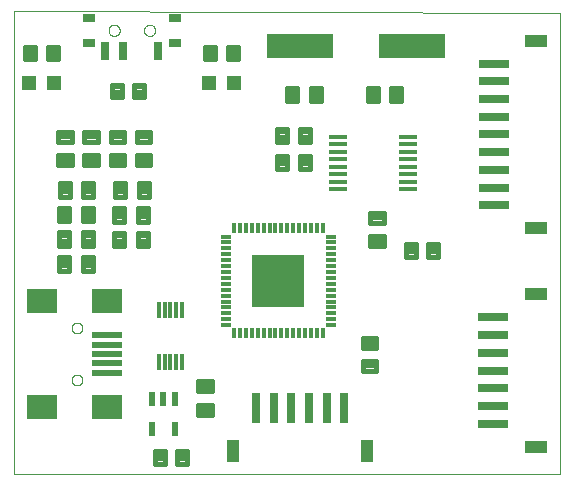
<source format=gtp>
G75*
%MOIN*%
%OFA0B0*%
%FSLAX25Y25*%
%IPPOS*%
%LPD*%
%AMOC8*
5,1,8,0,0,1.08239X$1,22.5*
%
%ADD10C,0.00000*%
%ADD11R,0.03346X0.01181*%
%ADD12R,0.01181X0.03346*%
%ADD13R,0.17323X0.17323*%
%ADD14R,0.05906X0.01713*%
%ADD15R,0.02362X0.04724*%
%ADD16R,0.09843X0.01969*%
%ADD17R,0.09843X0.07874*%
%ADD18R,0.04331X0.07480*%
%ADD19R,0.02756X0.09843*%
%ADD20R,0.09843X0.02756*%
%ADD21R,0.07480X0.04331*%
%ADD22R,0.04724X0.04724*%
%ADD23C,0.01791*%
%ADD24R,0.02756X0.05906*%
%ADD25R,0.03937X0.03150*%
%ADD26R,0.22000X0.08300*%
%ADD27R,0.01181X0.05512*%
D10*
X0013086Y0010868D02*
X0012813Y0165237D01*
X0194882Y0164778D01*
X0194985Y0010987D01*
X0013086Y0010868D01*
X0032137Y0042349D02*
X0032139Y0042433D01*
X0032145Y0042516D01*
X0032155Y0042599D01*
X0032169Y0042682D01*
X0032186Y0042764D01*
X0032208Y0042845D01*
X0032233Y0042924D01*
X0032262Y0043003D01*
X0032295Y0043080D01*
X0032331Y0043155D01*
X0032371Y0043229D01*
X0032414Y0043301D01*
X0032461Y0043370D01*
X0032511Y0043437D01*
X0032564Y0043502D01*
X0032620Y0043564D01*
X0032678Y0043624D01*
X0032740Y0043681D01*
X0032804Y0043734D01*
X0032871Y0043785D01*
X0032940Y0043832D01*
X0033011Y0043877D01*
X0033084Y0043917D01*
X0033159Y0043954D01*
X0033236Y0043988D01*
X0033314Y0044018D01*
X0033393Y0044044D01*
X0033474Y0044067D01*
X0033556Y0044085D01*
X0033638Y0044100D01*
X0033721Y0044111D01*
X0033804Y0044118D01*
X0033888Y0044121D01*
X0033972Y0044120D01*
X0034055Y0044115D01*
X0034139Y0044106D01*
X0034221Y0044093D01*
X0034303Y0044077D01*
X0034384Y0044056D01*
X0034465Y0044032D01*
X0034543Y0044004D01*
X0034621Y0043972D01*
X0034697Y0043936D01*
X0034771Y0043897D01*
X0034843Y0043855D01*
X0034913Y0043809D01*
X0034981Y0043760D01*
X0035046Y0043708D01*
X0035109Y0043653D01*
X0035169Y0043595D01*
X0035227Y0043534D01*
X0035281Y0043470D01*
X0035333Y0043404D01*
X0035381Y0043336D01*
X0035426Y0043265D01*
X0035467Y0043192D01*
X0035506Y0043118D01*
X0035540Y0043042D01*
X0035571Y0042964D01*
X0035598Y0042885D01*
X0035622Y0042804D01*
X0035641Y0042723D01*
X0035657Y0042641D01*
X0035669Y0042558D01*
X0035677Y0042474D01*
X0035681Y0042391D01*
X0035681Y0042307D01*
X0035677Y0042224D01*
X0035669Y0042140D01*
X0035657Y0042057D01*
X0035641Y0041975D01*
X0035622Y0041894D01*
X0035598Y0041813D01*
X0035571Y0041734D01*
X0035540Y0041656D01*
X0035506Y0041580D01*
X0035467Y0041506D01*
X0035426Y0041433D01*
X0035381Y0041362D01*
X0035333Y0041294D01*
X0035281Y0041228D01*
X0035227Y0041164D01*
X0035169Y0041103D01*
X0035109Y0041045D01*
X0035046Y0040990D01*
X0034981Y0040938D01*
X0034913Y0040889D01*
X0034843Y0040843D01*
X0034771Y0040801D01*
X0034697Y0040762D01*
X0034621Y0040726D01*
X0034543Y0040694D01*
X0034465Y0040666D01*
X0034384Y0040642D01*
X0034303Y0040621D01*
X0034221Y0040605D01*
X0034139Y0040592D01*
X0034055Y0040583D01*
X0033972Y0040578D01*
X0033888Y0040577D01*
X0033804Y0040580D01*
X0033721Y0040587D01*
X0033638Y0040598D01*
X0033556Y0040613D01*
X0033474Y0040631D01*
X0033393Y0040654D01*
X0033314Y0040680D01*
X0033236Y0040710D01*
X0033159Y0040744D01*
X0033084Y0040781D01*
X0033011Y0040821D01*
X0032940Y0040866D01*
X0032871Y0040913D01*
X0032804Y0040964D01*
X0032740Y0041017D01*
X0032678Y0041074D01*
X0032620Y0041134D01*
X0032564Y0041196D01*
X0032511Y0041261D01*
X0032461Y0041328D01*
X0032414Y0041397D01*
X0032371Y0041469D01*
X0032331Y0041543D01*
X0032295Y0041618D01*
X0032262Y0041695D01*
X0032233Y0041774D01*
X0032208Y0041853D01*
X0032186Y0041934D01*
X0032169Y0042016D01*
X0032155Y0042099D01*
X0032145Y0042182D01*
X0032139Y0042265D01*
X0032137Y0042349D01*
X0032137Y0059671D02*
X0032139Y0059755D01*
X0032145Y0059838D01*
X0032155Y0059921D01*
X0032169Y0060004D01*
X0032186Y0060086D01*
X0032208Y0060167D01*
X0032233Y0060246D01*
X0032262Y0060325D01*
X0032295Y0060402D01*
X0032331Y0060477D01*
X0032371Y0060551D01*
X0032414Y0060623D01*
X0032461Y0060692D01*
X0032511Y0060759D01*
X0032564Y0060824D01*
X0032620Y0060886D01*
X0032678Y0060946D01*
X0032740Y0061003D01*
X0032804Y0061056D01*
X0032871Y0061107D01*
X0032940Y0061154D01*
X0033011Y0061199D01*
X0033084Y0061239D01*
X0033159Y0061276D01*
X0033236Y0061310D01*
X0033314Y0061340D01*
X0033393Y0061366D01*
X0033474Y0061389D01*
X0033556Y0061407D01*
X0033638Y0061422D01*
X0033721Y0061433D01*
X0033804Y0061440D01*
X0033888Y0061443D01*
X0033972Y0061442D01*
X0034055Y0061437D01*
X0034139Y0061428D01*
X0034221Y0061415D01*
X0034303Y0061399D01*
X0034384Y0061378D01*
X0034465Y0061354D01*
X0034543Y0061326D01*
X0034621Y0061294D01*
X0034697Y0061258D01*
X0034771Y0061219D01*
X0034843Y0061177D01*
X0034913Y0061131D01*
X0034981Y0061082D01*
X0035046Y0061030D01*
X0035109Y0060975D01*
X0035169Y0060917D01*
X0035227Y0060856D01*
X0035281Y0060792D01*
X0035333Y0060726D01*
X0035381Y0060658D01*
X0035426Y0060587D01*
X0035467Y0060514D01*
X0035506Y0060440D01*
X0035540Y0060364D01*
X0035571Y0060286D01*
X0035598Y0060207D01*
X0035622Y0060126D01*
X0035641Y0060045D01*
X0035657Y0059963D01*
X0035669Y0059880D01*
X0035677Y0059796D01*
X0035681Y0059713D01*
X0035681Y0059629D01*
X0035677Y0059546D01*
X0035669Y0059462D01*
X0035657Y0059379D01*
X0035641Y0059297D01*
X0035622Y0059216D01*
X0035598Y0059135D01*
X0035571Y0059056D01*
X0035540Y0058978D01*
X0035506Y0058902D01*
X0035467Y0058828D01*
X0035426Y0058755D01*
X0035381Y0058684D01*
X0035333Y0058616D01*
X0035281Y0058550D01*
X0035227Y0058486D01*
X0035169Y0058425D01*
X0035109Y0058367D01*
X0035046Y0058312D01*
X0034981Y0058260D01*
X0034913Y0058211D01*
X0034843Y0058165D01*
X0034771Y0058123D01*
X0034697Y0058084D01*
X0034621Y0058048D01*
X0034543Y0058016D01*
X0034465Y0057988D01*
X0034384Y0057964D01*
X0034303Y0057943D01*
X0034221Y0057927D01*
X0034139Y0057914D01*
X0034055Y0057905D01*
X0033972Y0057900D01*
X0033888Y0057899D01*
X0033804Y0057902D01*
X0033721Y0057909D01*
X0033638Y0057920D01*
X0033556Y0057935D01*
X0033474Y0057953D01*
X0033393Y0057976D01*
X0033314Y0058002D01*
X0033236Y0058032D01*
X0033159Y0058066D01*
X0033084Y0058103D01*
X0033011Y0058143D01*
X0032940Y0058188D01*
X0032871Y0058235D01*
X0032804Y0058286D01*
X0032740Y0058339D01*
X0032678Y0058396D01*
X0032620Y0058456D01*
X0032564Y0058518D01*
X0032511Y0058583D01*
X0032461Y0058650D01*
X0032414Y0058719D01*
X0032371Y0058791D01*
X0032331Y0058865D01*
X0032295Y0058940D01*
X0032262Y0059017D01*
X0032233Y0059096D01*
X0032208Y0059175D01*
X0032186Y0059256D01*
X0032169Y0059338D01*
X0032155Y0059421D01*
X0032145Y0059504D01*
X0032139Y0059587D01*
X0032137Y0059671D01*
X0044435Y0158887D02*
X0044437Y0158973D01*
X0044443Y0159060D01*
X0044453Y0159145D01*
X0044467Y0159231D01*
X0044485Y0159315D01*
X0044506Y0159399D01*
X0044532Y0159481D01*
X0044561Y0159563D01*
X0044594Y0159642D01*
X0044631Y0159721D01*
X0044671Y0159797D01*
X0044715Y0159871D01*
X0044762Y0159944D01*
X0044813Y0160014D01*
X0044866Y0160082D01*
X0044923Y0160147D01*
X0044983Y0160209D01*
X0045045Y0160269D01*
X0045110Y0160326D01*
X0045178Y0160379D01*
X0045248Y0160430D01*
X0045321Y0160477D01*
X0045395Y0160521D01*
X0045471Y0160561D01*
X0045550Y0160598D01*
X0045629Y0160631D01*
X0045711Y0160660D01*
X0045793Y0160686D01*
X0045877Y0160707D01*
X0045961Y0160725D01*
X0046047Y0160739D01*
X0046132Y0160749D01*
X0046219Y0160755D01*
X0046305Y0160757D01*
X0046391Y0160755D01*
X0046478Y0160749D01*
X0046563Y0160739D01*
X0046649Y0160725D01*
X0046733Y0160707D01*
X0046817Y0160686D01*
X0046899Y0160660D01*
X0046981Y0160631D01*
X0047060Y0160598D01*
X0047139Y0160561D01*
X0047215Y0160521D01*
X0047289Y0160477D01*
X0047362Y0160430D01*
X0047432Y0160379D01*
X0047500Y0160326D01*
X0047565Y0160269D01*
X0047627Y0160209D01*
X0047687Y0160147D01*
X0047744Y0160082D01*
X0047797Y0160014D01*
X0047848Y0159944D01*
X0047895Y0159871D01*
X0047939Y0159797D01*
X0047979Y0159721D01*
X0048016Y0159642D01*
X0048049Y0159563D01*
X0048078Y0159481D01*
X0048104Y0159399D01*
X0048125Y0159315D01*
X0048143Y0159231D01*
X0048157Y0159145D01*
X0048167Y0159060D01*
X0048173Y0158973D01*
X0048175Y0158887D01*
X0048173Y0158801D01*
X0048167Y0158714D01*
X0048157Y0158629D01*
X0048143Y0158543D01*
X0048125Y0158459D01*
X0048104Y0158375D01*
X0048078Y0158293D01*
X0048049Y0158211D01*
X0048016Y0158132D01*
X0047979Y0158053D01*
X0047939Y0157977D01*
X0047895Y0157903D01*
X0047848Y0157830D01*
X0047797Y0157760D01*
X0047744Y0157692D01*
X0047687Y0157627D01*
X0047627Y0157565D01*
X0047565Y0157505D01*
X0047500Y0157448D01*
X0047432Y0157395D01*
X0047362Y0157344D01*
X0047289Y0157297D01*
X0047215Y0157253D01*
X0047139Y0157213D01*
X0047060Y0157176D01*
X0046981Y0157143D01*
X0046899Y0157114D01*
X0046817Y0157088D01*
X0046733Y0157067D01*
X0046649Y0157049D01*
X0046563Y0157035D01*
X0046478Y0157025D01*
X0046391Y0157019D01*
X0046305Y0157017D01*
X0046219Y0157019D01*
X0046132Y0157025D01*
X0046047Y0157035D01*
X0045961Y0157049D01*
X0045877Y0157067D01*
X0045793Y0157088D01*
X0045711Y0157114D01*
X0045629Y0157143D01*
X0045550Y0157176D01*
X0045471Y0157213D01*
X0045395Y0157253D01*
X0045321Y0157297D01*
X0045248Y0157344D01*
X0045178Y0157395D01*
X0045110Y0157448D01*
X0045045Y0157505D01*
X0044983Y0157565D01*
X0044923Y0157627D01*
X0044866Y0157692D01*
X0044813Y0157760D01*
X0044762Y0157830D01*
X0044715Y0157903D01*
X0044671Y0157977D01*
X0044631Y0158053D01*
X0044594Y0158132D01*
X0044561Y0158211D01*
X0044532Y0158293D01*
X0044506Y0158375D01*
X0044485Y0158459D01*
X0044467Y0158543D01*
X0044453Y0158629D01*
X0044443Y0158714D01*
X0044437Y0158801D01*
X0044435Y0158887D01*
X0056246Y0158887D02*
X0056248Y0158973D01*
X0056254Y0159060D01*
X0056264Y0159145D01*
X0056278Y0159231D01*
X0056296Y0159315D01*
X0056317Y0159399D01*
X0056343Y0159481D01*
X0056372Y0159563D01*
X0056405Y0159642D01*
X0056442Y0159721D01*
X0056482Y0159797D01*
X0056526Y0159871D01*
X0056573Y0159944D01*
X0056624Y0160014D01*
X0056677Y0160082D01*
X0056734Y0160147D01*
X0056794Y0160209D01*
X0056856Y0160269D01*
X0056921Y0160326D01*
X0056989Y0160379D01*
X0057059Y0160430D01*
X0057132Y0160477D01*
X0057206Y0160521D01*
X0057282Y0160561D01*
X0057361Y0160598D01*
X0057440Y0160631D01*
X0057522Y0160660D01*
X0057604Y0160686D01*
X0057688Y0160707D01*
X0057772Y0160725D01*
X0057858Y0160739D01*
X0057943Y0160749D01*
X0058030Y0160755D01*
X0058116Y0160757D01*
X0058202Y0160755D01*
X0058289Y0160749D01*
X0058374Y0160739D01*
X0058460Y0160725D01*
X0058544Y0160707D01*
X0058628Y0160686D01*
X0058710Y0160660D01*
X0058792Y0160631D01*
X0058871Y0160598D01*
X0058950Y0160561D01*
X0059026Y0160521D01*
X0059100Y0160477D01*
X0059173Y0160430D01*
X0059243Y0160379D01*
X0059311Y0160326D01*
X0059376Y0160269D01*
X0059438Y0160209D01*
X0059498Y0160147D01*
X0059555Y0160082D01*
X0059608Y0160014D01*
X0059659Y0159944D01*
X0059706Y0159871D01*
X0059750Y0159797D01*
X0059790Y0159721D01*
X0059827Y0159642D01*
X0059860Y0159563D01*
X0059889Y0159481D01*
X0059915Y0159399D01*
X0059936Y0159315D01*
X0059954Y0159231D01*
X0059968Y0159145D01*
X0059978Y0159060D01*
X0059984Y0158973D01*
X0059986Y0158887D01*
X0059984Y0158801D01*
X0059978Y0158714D01*
X0059968Y0158629D01*
X0059954Y0158543D01*
X0059936Y0158459D01*
X0059915Y0158375D01*
X0059889Y0158293D01*
X0059860Y0158211D01*
X0059827Y0158132D01*
X0059790Y0158053D01*
X0059750Y0157977D01*
X0059706Y0157903D01*
X0059659Y0157830D01*
X0059608Y0157760D01*
X0059555Y0157692D01*
X0059498Y0157627D01*
X0059438Y0157565D01*
X0059376Y0157505D01*
X0059311Y0157448D01*
X0059243Y0157395D01*
X0059173Y0157344D01*
X0059100Y0157297D01*
X0059026Y0157253D01*
X0058950Y0157213D01*
X0058871Y0157176D01*
X0058792Y0157143D01*
X0058710Y0157114D01*
X0058628Y0157088D01*
X0058544Y0157067D01*
X0058460Y0157049D01*
X0058374Y0157035D01*
X0058289Y0157025D01*
X0058202Y0157019D01*
X0058116Y0157017D01*
X0058030Y0157019D01*
X0057943Y0157025D01*
X0057858Y0157035D01*
X0057772Y0157049D01*
X0057688Y0157067D01*
X0057604Y0157088D01*
X0057522Y0157114D01*
X0057440Y0157143D01*
X0057361Y0157176D01*
X0057282Y0157213D01*
X0057206Y0157253D01*
X0057132Y0157297D01*
X0057059Y0157344D01*
X0056989Y0157395D01*
X0056921Y0157448D01*
X0056856Y0157505D01*
X0056794Y0157565D01*
X0056734Y0157627D01*
X0056677Y0157692D01*
X0056624Y0157760D01*
X0056573Y0157830D01*
X0056526Y0157903D01*
X0056482Y0157977D01*
X0056442Y0158053D01*
X0056405Y0158132D01*
X0056372Y0158211D01*
X0056343Y0158293D01*
X0056317Y0158375D01*
X0056296Y0158459D01*
X0056278Y0158543D01*
X0056264Y0158629D01*
X0056254Y0158714D01*
X0056248Y0158801D01*
X0056246Y0158887D01*
D11*
X0083544Y0090141D03*
X0083544Y0088173D03*
X0083544Y0086204D03*
X0083544Y0084236D03*
X0083544Y0082267D03*
X0083544Y0080299D03*
X0083544Y0078330D03*
X0083544Y0076362D03*
X0083544Y0074393D03*
X0083544Y0072425D03*
X0083544Y0070456D03*
X0083544Y0068488D03*
X0083544Y0066519D03*
X0083544Y0064551D03*
X0083544Y0062582D03*
X0083544Y0060614D03*
X0118583Y0060614D03*
X0118583Y0062582D03*
X0118583Y0064551D03*
X0118583Y0066519D03*
X0118583Y0068488D03*
X0118583Y0070456D03*
X0118583Y0072425D03*
X0118583Y0074393D03*
X0118583Y0076362D03*
X0118583Y0078330D03*
X0118583Y0080299D03*
X0118583Y0082267D03*
X0118583Y0084236D03*
X0118583Y0086204D03*
X0118583Y0088173D03*
X0118583Y0090141D03*
D12*
X0115827Y0092897D03*
X0113859Y0092897D03*
X0111890Y0092897D03*
X0109922Y0092897D03*
X0107953Y0092897D03*
X0105985Y0092897D03*
X0104016Y0092897D03*
X0102048Y0092897D03*
X0100079Y0092897D03*
X0098111Y0092897D03*
X0096142Y0092897D03*
X0094174Y0092897D03*
X0092205Y0092897D03*
X0090237Y0092897D03*
X0088268Y0092897D03*
X0086300Y0092897D03*
X0086300Y0057858D03*
X0088268Y0057858D03*
X0090237Y0057858D03*
X0092205Y0057858D03*
X0094174Y0057858D03*
X0096142Y0057858D03*
X0098111Y0057858D03*
X0100079Y0057858D03*
X0102048Y0057858D03*
X0104016Y0057858D03*
X0105985Y0057858D03*
X0107953Y0057858D03*
X0109922Y0057858D03*
X0111890Y0057858D03*
X0113859Y0057858D03*
X0115827Y0057858D03*
D13*
X0101064Y0075378D03*
D14*
X0121005Y0105939D03*
X0121005Y0108435D03*
X0121005Y0110939D03*
X0121005Y0113435D03*
X0121005Y0115939D03*
X0121005Y0118435D03*
X0121005Y0120939D03*
X0121005Y0123435D03*
X0144111Y0123435D03*
X0144111Y0120939D03*
X0144111Y0118435D03*
X0144111Y0115939D03*
X0144111Y0113435D03*
X0144111Y0110939D03*
X0144111Y0108435D03*
X0144111Y0105939D03*
D15*
X0066459Y0035855D03*
X0062719Y0035855D03*
X0058979Y0035855D03*
X0058979Y0026013D03*
X0066459Y0026013D03*
D16*
X0043791Y0044711D03*
X0043791Y0047860D03*
X0043791Y0051010D03*
X0043791Y0054160D03*
X0043791Y0057309D03*
D17*
X0043791Y0068569D03*
X0022217Y0068569D03*
X0022217Y0033451D03*
X0043791Y0033451D03*
D18*
X0085864Y0018709D03*
X0130746Y0018709D03*
D19*
X0123069Y0032882D03*
X0117163Y0032882D03*
X0111258Y0032882D03*
X0105352Y0032882D03*
X0099447Y0032882D03*
X0093541Y0032882D03*
D20*
X0172728Y0033677D03*
X0172728Y0027772D03*
X0172728Y0039583D03*
X0172728Y0045488D03*
X0172728Y0051394D03*
X0172728Y0057299D03*
X0172728Y0063205D03*
X0172796Y0100578D03*
X0172796Y0106483D03*
X0172796Y0112389D03*
X0172796Y0118294D03*
X0172796Y0124200D03*
X0172796Y0130105D03*
X0172796Y0136011D03*
X0172796Y0141916D03*
X0172796Y0147822D03*
D21*
X0186969Y0155499D03*
X0186969Y0092901D03*
X0186901Y0070883D03*
X0186901Y0020095D03*
D22*
X0086268Y0141334D03*
X0078000Y0141334D03*
X0026288Y0141334D03*
X0018021Y0141334D03*
D23*
X0016750Y0153296D02*
X0020078Y0153296D01*
X0020078Y0149180D01*
X0016750Y0149180D01*
X0016750Y0153296D01*
X0016750Y0150970D02*
X0020078Y0150970D01*
X0020078Y0152760D02*
X0016750Y0152760D01*
X0024231Y0153296D02*
X0027559Y0153296D01*
X0027559Y0149180D01*
X0024231Y0149180D01*
X0024231Y0153296D01*
X0024231Y0150970D02*
X0027559Y0150970D01*
X0027559Y0152760D02*
X0024231Y0152760D01*
X0045438Y0136608D02*
X0048766Y0136608D01*
X0045438Y0136608D02*
X0045438Y0140724D01*
X0048766Y0140724D01*
X0048766Y0136608D01*
X0048766Y0138398D02*
X0045438Y0138398D01*
X0045438Y0140188D02*
X0048766Y0140188D01*
X0052918Y0136608D02*
X0056246Y0136608D01*
X0052918Y0136608D02*
X0052918Y0140724D01*
X0056246Y0140724D01*
X0056246Y0136608D01*
X0056246Y0138398D02*
X0052918Y0138398D01*
X0052918Y0140188D02*
X0056246Y0140188D01*
X0053858Y0125072D02*
X0053858Y0121744D01*
X0053858Y0125072D02*
X0058366Y0125072D01*
X0058366Y0121744D01*
X0053858Y0121744D01*
X0053858Y0123534D02*
X0058366Y0123534D01*
X0053858Y0117198D02*
X0053858Y0113870D01*
X0053858Y0117198D02*
X0058366Y0117198D01*
X0058366Y0113870D01*
X0053858Y0113870D01*
X0053858Y0115660D02*
X0058366Y0115660D01*
X0057786Y0103403D02*
X0054458Y0103403D01*
X0054458Y0107911D01*
X0057786Y0107911D01*
X0057786Y0103403D01*
X0057786Y0105193D02*
X0054458Y0105193D01*
X0054458Y0106983D02*
X0057786Y0106983D01*
X0049912Y0103403D02*
X0046584Y0103403D01*
X0046584Y0107911D01*
X0049912Y0107911D01*
X0049912Y0103403D01*
X0049912Y0105193D02*
X0046584Y0105193D01*
X0046584Y0106983D02*
X0049912Y0106983D01*
X0045197Y0113870D02*
X0045197Y0117198D01*
X0049705Y0117198D01*
X0049705Y0113870D01*
X0045197Y0113870D01*
X0045197Y0115660D02*
X0049705Y0115660D01*
X0045197Y0121744D02*
X0045197Y0125072D01*
X0049705Y0125072D01*
X0049705Y0121744D01*
X0045197Y0121744D01*
X0045197Y0123534D02*
X0049705Y0123534D01*
X0036319Y0125072D02*
X0036319Y0121744D01*
X0036319Y0125072D02*
X0040827Y0125072D01*
X0040827Y0121744D01*
X0036319Y0121744D01*
X0036319Y0123534D02*
X0040827Y0123534D01*
X0036319Y0117198D02*
X0036319Y0113870D01*
X0036319Y0117198D02*
X0040827Y0117198D01*
X0040827Y0113870D01*
X0036319Y0113870D01*
X0036319Y0115660D02*
X0040827Y0115660D01*
X0027671Y0117198D02*
X0027671Y0113870D01*
X0027671Y0117198D02*
X0032179Y0117198D01*
X0032179Y0113870D01*
X0027671Y0113870D01*
X0027671Y0115660D02*
X0032179Y0115660D01*
X0027671Y0121744D02*
X0027671Y0125072D01*
X0032179Y0125072D01*
X0032179Y0121744D01*
X0027671Y0121744D01*
X0027671Y0123534D02*
X0032179Y0123534D01*
X0031510Y0103471D02*
X0028182Y0103471D01*
X0028182Y0107979D01*
X0031510Y0107979D01*
X0031510Y0103471D01*
X0031510Y0105261D02*
X0028182Y0105261D01*
X0028182Y0107051D02*
X0031510Y0107051D01*
X0036056Y0103471D02*
X0039384Y0103471D01*
X0036056Y0103471D02*
X0036056Y0107979D01*
X0039384Y0107979D01*
X0039384Y0103471D01*
X0039384Y0105261D02*
X0036056Y0105261D01*
X0036056Y0107051D02*
X0039384Y0107051D01*
X0039235Y0095223D02*
X0035907Y0095223D01*
X0035907Y0099731D01*
X0039235Y0099731D01*
X0039235Y0095223D01*
X0039235Y0097013D02*
X0035907Y0097013D01*
X0035907Y0098803D02*
X0039235Y0098803D01*
X0031361Y0095223D02*
X0028033Y0095223D01*
X0028033Y0099731D01*
X0031361Y0099731D01*
X0031361Y0095223D01*
X0031361Y0097013D02*
X0028033Y0097013D01*
X0028033Y0098803D02*
X0031361Y0098803D01*
X0031410Y0087027D02*
X0028082Y0087027D01*
X0028082Y0091535D01*
X0031410Y0091535D01*
X0031410Y0087027D01*
X0031410Y0088817D02*
X0028082Y0088817D01*
X0028082Y0090607D02*
X0031410Y0090607D01*
X0035956Y0087027D02*
X0039284Y0087027D01*
X0035956Y0087027D02*
X0035956Y0091535D01*
X0039284Y0091535D01*
X0039284Y0087027D01*
X0039284Y0088817D02*
X0035956Y0088817D01*
X0035956Y0090607D02*
X0039284Y0090607D01*
X0046364Y0086959D02*
X0049692Y0086959D01*
X0046364Y0086959D02*
X0046364Y0091467D01*
X0049692Y0091467D01*
X0049692Y0086959D01*
X0049692Y0088749D02*
X0046364Y0088749D01*
X0046364Y0090539D02*
X0049692Y0090539D01*
X0054238Y0086959D02*
X0057566Y0086959D01*
X0054238Y0086959D02*
X0054238Y0091467D01*
X0057566Y0091467D01*
X0057566Y0086959D01*
X0057566Y0088749D02*
X0054238Y0088749D01*
X0054238Y0090539D02*
X0057566Y0090539D01*
X0057564Y0095155D02*
X0054236Y0095155D01*
X0054236Y0099663D01*
X0057564Y0099663D01*
X0057564Y0095155D01*
X0057564Y0096945D02*
X0054236Y0096945D01*
X0054236Y0098735D02*
X0057564Y0098735D01*
X0049690Y0095155D02*
X0046362Y0095155D01*
X0046362Y0099663D01*
X0049690Y0099663D01*
X0049690Y0095155D01*
X0049690Y0096945D02*
X0046362Y0096945D01*
X0046362Y0098735D02*
X0049690Y0098735D01*
X0039284Y0078770D02*
X0035956Y0078770D01*
X0035956Y0083278D01*
X0039284Y0083278D01*
X0039284Y0078770D01*
X0039284Y0080560D02*
X0035956Y0080560D01*
X0035956Y0082350D02*
X0039284Y0082350D01*
X0031410Y0078770D02*
X0028082Y0078770D01*
X0028082Y0083278D01*
X0031410Y0083278D01*
X0031410Y0078770D01*
X0031410Y0080560D02*
X0028082Y0080560D01*
X0028082Y0082350D02*
X0031410Y0082350D01*
X0078920Y0041862D02*
X0078920Y0038534D01*
X0074412Y0038534D01*
X0074412Y0041862D01*
X0078920Y0041862D01*
X0078920Y0040324D02*
X0074412Y0040324D01*
X0078920Y0033988D02*
X0078920Y0030660D01*
X0074412Y0030660D01*
X0074412Y0033988D01*
X0078920Y0033988D01*
X0078920Y0032450D02*
X0074412Y0032450D01*
X0070711Y0014441D02*
X0067383Y0014441D01*
X0067383Y0018557D01*
X0070711Y0018557D01*
X0070711Y0014441D01*
X0070711Y0016231D02*
X0067383Y0016231D01*
X0067383Y0018021D02*
X0070711Y0018021D01*
X0063230Y0014441D02*
X0059902Y0014441D01*
X0059902Y0018557D01*
X0063230Y0018557D01*
X0063230Y0014441D01*
X0063230Y0016231D02*
X0059902Y0016231D01*
X0059902Y0018021D02*
X0063230Y0018021D01*
X0133470Y0045470D02*
X0133470Y0048798D01*
X0133470Y0045470D02*
X0129354Y0045470D01*
X0129354Y0048798D01*
X0133470Y0048798D01*
X0133470Y0047260D02*
X0129354Y0047260D01*
X0133470Y0052950D02*
X0133470Y0056278D01*
X0133470Y0052950D02*
X0129354Y0052950D01*
X0129354Y0056278D01*
X0133470Y0056278D01*
X0133470Y0054740D02*
X0129354Y0054740D01*
X0143532Y0083496D02*
X0146860Y0083496D01*
X0143532Y0083496D02*
X0143532Y0087612D01*
X0146860Y0087612D01*
X0146860Y0083496D01*
X0146860Y0085286D02*
X0143532Y0085286D01*
X0143532Y0087076D02*
X0146860Y0087076D01*
X0151013Y0083496D02*
X0154341Y0083496D01*
X0151013Y0083496D02*
X0151013Y0087612D01*
X0154341Y0087612D01*
X0154341Y0083496D01*
X0154341Y0085286D02*
X0151013Y0085286D01*
X0151013Y0087076D02*
X0154341Y0087076D01*
X0136230Y0086941D02*
X0136230Y0090269D01*
X0136230Y0086941D02*
X0131722Y0086941D01*
X0131722Y0090269D01*
X0136230Y0090269D01*
X0136230Y0088731D02*
X0131722Y0088731D01*
X0136230Y0094815D02*
X0136230Y0098143D01*
X0136230Y0094815D02*
X0131722Y0094815D01*
X0131722Y0098143D01*
X0136230Y0098143D01*
X0136230Y0096605D02*
X0131722Y0096605D01*
X0111453Y0112739D02*
X0108125Y0112739D01*
X0108125Y0116855D01*
X0111453Y0116855D01*
X0111453Y0112739D01*
X0111453Y0114529D02*
X0108125Y0114529D01*
X0108125Y0116319D02*
X0111453Y0116319D01*
X0111650Y0126102D02*
X0108322Y0126102D01*
X0111650Y0126102D02*
X0111650Y0121594D01*
X0108322Y0121594D01*
X0108322Y0126102D01*
X0108322Y0123384D02*
X0111650Y0123384D01*
X0111650Y0125174D02*
X0108322Y0125174D01*
X0103776Y0126102D02*
X0100448Y0126102D01*
X0103776Y0126102D02*
X0103776Y0121594D01*
X0100448Y0121594D01*
X0100448Y0126102D01*
X0100448Y0123384D02*
X0103776Y0123384D01*
X0103776Y0125174D02*
X0100448Y0125174D01*
X0100645Y0112739D02*
X0103973Y0112739D01*
X0100645Y0112739D02*
X0100645Y0116855D01*
X0103973Y0116855D01*
X0103973Y0112739D01*
X0103973Y0114529D02*
X0100645Y0114529D01*
X0100645Y0116319D02*
X0103973Y0116319D01*
X0103901Y0135200D02*
X0107229Y0135200D01*
X0103901Y0135200D02*
X0103901Y0139708D01*
X0107229Y0139708D01*
X0107229Y0135200D01*
X0107229Y0136990D02*
X0103901Y0136990D01*
X0103901Y0138780D02*
X0107229Y0138780D01*
X0111775Y0135200D02*
X0115103Y0135200D01*
X0111775Y0135200D02*
X0111775Y0139708D01*
X0115103Y0139708D01*
X0115103Y0135200D01*
X0115103Y0136990D02*
X0111775Y0136990D01*
X0111775Y0138780D02*
X0115103Y0138780D01*
X0130810Y0139747D02*
X0134138Y0139747D01*
X0134138Y0135239D01*
X0130810Y0135239D01*
X0130810Y0139747D01*
X0130810Y0137029D02*
X0134138Y0137029D01*
X0134138Y0138819D02*
X0130810Y0138819D01*
X0138684Y0139747D02*
X0142012Y0139747D01*
X0142012Y0135239D01*
X0138684Y0135239D01*
X0138684Y0139747D01*
X0138684Y0137029D02*
X0142012Y0137029D01*
X0142012Y0138819D02*
X0138684Y0138819D01*
X0087538Y0149180D02*
X0084210Y0149180D01*
X0084210Y0153296D01*
X0087538Y0153296D01*
X0087538Y0149180D01*
X0087538Y0150970D02*
X0084210Y0150970D01*
X0084210Y0152760D02*
X0087538Y0152760D01*
X0080058Y0149180D02*
X0076730Y0149180D01*
X0076730Y0153296D01*
X0080058Y0153296D01*
X0080058Y0149180D01*
X0080058Y0150970D02*
X0076730Y0150970D01*
X0076730Y0152760D02*
X0080058Y0152760D01*
D24*
X0061069Y0151998D03*
X0049258Y0151998D03*
X0043353Y0151998D03*
D25*
X0037841Y0154753D03*
X0037841Y0163021D03*
X0066581Y0163021D03*
X0066581Y0154753D03*
D26*
X0108290Y0153650D03*
X0145690Y0153650D03*
D27*
X0069010Y0065649D03*
X0067041Y0065649D03*
X0065073Y0065649D03*
X0063104Y0065649D03*
X0061136Y0065649D03*
X0061136Y0048326D03*
X0063104Y0048326D03*
X0065073Y0048326D03*
X0067041Y0048326D03*
X0069010Y0048326D03*
M02*

</source>
